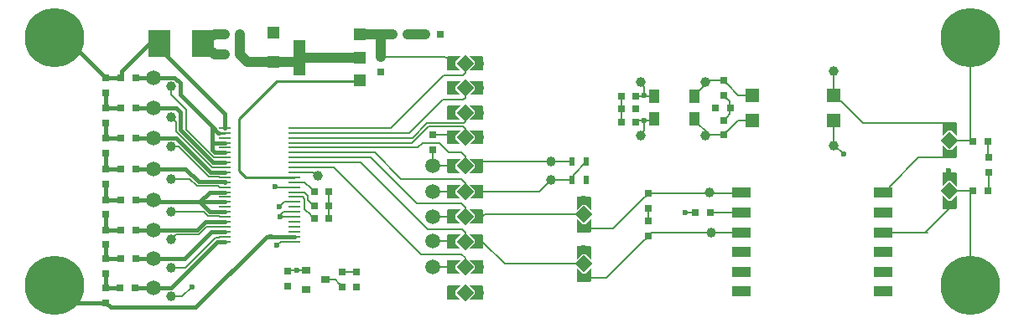
<source format=gtl>
G04*
G04 #@! TF.GenerationSoftware,Altium Limited,Altium Designer,19.0.14 (431)*
G04*
G04 Layer_Physical_Order=1*
G04 Layer_Color=255*
%FSLAX25Y25*%
%MOIN*%
G70*
G01*
G75*
%ADD15C,0.00600*%
%ADD16C,0.03937*%
%ADD17C,0.01000*%
G04:AMPARAMS|DCode=19|XSize=31.5mil|YSize=55.12mil|CornerRadius=3.15mil|HoleSize=0mil|Usage=FLASHONLY|Rotation=90.000|XOffset=0mil|YOffset=0mil|HoleType=Round|Shape=RoundedRectangle|*
%AMROUNDEDRECTD19*
21,1,0.03150,0.04882,0,0,90.0*
21,1,0.02520,0.05512,0,0,90.0*
1,1,0.00630,0.02441,0.01260*
1,1,0.00630,0.02441,-0.01260*
1,1,0.00630,-0.02441,-0.01260*
1,1,0.00630,-0.02441,0.01260*
%
%ADD19ROUNDEDRECTD19*%
G04:AMPARAMS|DCode=20|XSize=51.18mil|YSize=51.18mil|CornerRadius=5.12mil|HoleSize=0mil|Usage=FLASHONLY|Rotation=135.000|XOffset=0mil|YOffset=0mil|HoleType=Round|Shape=RoundedRectangle|*
%AMROUNDEDRECTD20*
21,1,0.05118,0.04095,0,0,135.0*
21,1,0.04095,0.05118,0,0,135.0*
1,1,0.01024,0.00000,0.02895*
1,1,0.01024,0.02895,0.00000*
1,1,0.01024,0.00000,-0.02895*
1,1,0.01024,-0.02895,0.00000*
%
%ADD20ROUNDEDRECTD20*%
G04:AMPARAMS|DCode=24|XSize=31.5mil|YSize=55.12mil|CornerRadius=3.15mil|HoleSize=0mil|Usage=FLASHONLY|Rotation=0.000|XOffset=0mil|YOffset=0mil|HoleType=Round|Shape=RoundedRectangle|*
%AMROUNDEDRECTD24*
21,1,0.03150,0.04882,0,0,0.0*
21,1,0.02520,0.05512,0,0,0.0*
1,1,0.00630,0.01260,-0.02441*
1,1,0.00630,-0.01260,-0.02441*
1,1,0.00630,-0.01260,0.02441*
1,1,0.00630,0.01260,0.02441*
%
%ADD24ROUNDEDRECTD24*%
G04:AMPARAMS|DCode=25|XSize=51.18mil|YSize=51.18mil|CornerRadius=5.12mil|HoleSize=0mil|Usage=FLASHONLY|Rotation=45.000|XOffset=0mil|YOffset=0mil|HoleType=Round|Shape=RoundedRectangle|*
%AMROUNDEDRECTD25*
21,1,0.05118,0.04095,0,0,45.0*
21,1,0.04095,0.05118,0,0,45.0*
1,1,0.01024,0.02895,0.00000*
1,1,0.01024,0.00000,-0.02895*
1,1,0.01024,-0.02895,0.00000*
1,1,0.01024,0.00000,0.02895*
%
%ADD25ROUNDEDRECTD25*%
%ADD38C,0.03937*%
%ADD39R,0.07480X0.04016*%
%ADD40R,0.02953X0.03150*%
%ADD41R,0.03150X0.02953*%
%ADD42R,0.05512X0.05512*%
%ADD43R,0.01968X0.03543*%
%ADD44R,0.04331X0.05315*%
%ADD45O,0.04921X0.00984*%
%ADD46R,0.08500X0.10799*%
%ADD47R,0.04724X0.04724*%
%ADD48R,0.03543X0.02756*%
%ADD49R,0.04724X0.14173*%
%ADD50R,0.04724X0.04724*%
%ADD51C,0.01500*%
%ADD52C,0.05906*%
%ADD53C,0.02362*%
%ADD54C,0.23622*%
G36*
X224213Y139764D02*
X219094D01*
X221260Y141929D01*
Y143209D01*
X219193Y145276D01*
X224213D01*
Y139764D01*
D02*
G37*
G36*
X213386Y143110D02*
Y141831D01*
X215453Y139764D01*
X210433D01*
Y145276D01*
X215551D01*
X213386Y143110D01*
D02*
G37*
G36*
X224213Y129921D02*
X219094D01*
X221260Y132087D01*
Y133366D01*
X219193Y135433D01*
X224213D01*
Y129921D01*
D02*
G37*
G36*
X213386Y133268D02*
Y131988D01*
X215453Y129921D01*
X210433D01*
Y135433D01*
X215551D01*
X213386Y133268D01*
D02*
G37*
G36*
X224213Y120079D02*
X219094D01*
X221260Y122244D01*
Y123524D01*
X219193Y125591D01*
X224213D01*
Y120079D01*
D02*
G37*
G36*
X213386Y123425D02*
Y122146D01*
X215453Y120079D01*
X210433D01*
Y125591D01*
X215551D01*
X213386Y123425D01*
D02*
G37*
G36*
X412598Y113583D02*
X410433Y115748D01*
X409154D01*
X407087Y113681D01*
Y118701D01*
X412598D01*
Y113583D01*
D02*
G37*
G36*
X224213Y110236D02*
X219094D01*
X221260Y112402D01*
Y113681D01*
X219193Y115748D01*
X224213D01*
Y110236D01*
D02*
G37*
G36*
X213386Y113583D02*
Y112303D01*
X215453Y110236D01*
X210433D01*
Y115748D01*
X215551D01*
X213386Y113583D01*
D02*
G37*
G36*
X409252Y107874D02*
X410532D01*
X412598Y109941D01*
Y104921D01*
X407087D01*
Y110039D01*
X409252Y107874D01*
D02*
G37*
G36*
X224213Y98819D02*
X219094D01*
X221260Y100984D01*
Y102264D01*
X219193Y104331D01*
X224213D01*
Y98819D01*
D02*
G37*
G36*
X213386Y102165D02*
Y100886D01*
X215453Y98819D01*
X210433D01*
Y104331D01*
X215551D01*
X213386Y102165D01*
D02*
G37*
G36*
X412598Y93504D02*
X410433Y95669D01*
X409154D01*
X407087Y93602D01*
Y98622D01*
X412598D01*
Y93504D01*
D02*
G37*
G36*
X224213Y88583D02*
X219094D01*
X221260Y90748D01*
Y92028D01*
X219193Y94095D01*
X224213D01*
Y88583D01*
D02*
G37*
G36*
X213386Y91929D02*
Y90650D01*
X215453Y88583D01*
X210433D01*
Y94095D01*
X215551D01*
X213386Y91929D01*
D02*
G37*
G36*
X409252Y87795D02*
X410532D01*
X412598Y89862D01*
Y84842D01*
X407087D01*
Y89961D01*
X409252Y87795D01*
D02*
G37*
G36*
X267323Y84055D02*
X265158Y86221D01*
X263878D01*
X261811Y84153D01*
Y89173D01*
X267323D01*
Y84055D01*
D02*
G37*
G36*
X224213Y78740D02*
X219094D01*
X221260Y80905D01*
Y82185D01*
X219193Y84252D01*
X224213D01*
Y78740D01*
D02*
G37*
G36*
X213386Y82087D02*
Y80807D01*
X215453Y78740D01*
X210433D01*
Y84252D01*
X215551D01*
X213386Y82087D01*
D02*
G37*
G36*
X263976Y78347D02*
X265256D01*
X267323Y80413D01*
Y75394D01*
X261811D01*
Y80512D01*
X263976Y78347D01*
D02*
G37*
G36*
X224213Y68764D02*
X219094D01*
X221260Y70929D01*
Y72209D01*
X219193Y74276D01*
X224213D01*
Y68764D01*
D02*
G37*
G36*
X213386Y72110D02*
Y70831D01*
X215453Y68764D01*
X210433D01*
Y74276D01*
X215551D01*
X213386Y72110D01*
D02*
G37*
G36*
X267323Y64370D02*
X265158Y66535D01*
X263878D01*
X261811Y64468D01*
Y69488D01*
X267323D01*
Y64370D01*
D02*
G37*
G36*
X224213Y58661D02*
X219094D01*
X221260Y60827D01*
Y62106D01*
X219193Y64173D01*
X224213D01*
Y58661D01*
D02*
G37*
G36*
X213386Y62008D02*
Y60728D01*
X215453Y58661D01*
X210433D01*
Y64173D01*
X215551D01*
X213386Y62008D01*
D02*
G37*
G36*
X263976Y58661D02*
X265256D01*
X267323Y60728D01*
Y55709D01*
X261811D01*
Y60827D01*
X263976Y58661D01*
D02*
G37*
G36*
X224213Y48425D02*
X219094D01*
X221260Y50591D01*
Y51870D01*
X219193Y53937D01*
X224213D01*
Y48425D01*
D02*
G37*
G36*
X213386Y51772D02*
Y50492D01*
X215453Y48425D01*
X210433D01*
Y53937D01*
X215551D01*
X213386Y51772D01*
D02*
G37*
D15*
X211811Y142520D02*
Y143356D01*
X211024Y112992D02*
Y113490D01*
X210537Y113976D02*
X211024Y113490D01*
X204331Y113976D02*
X210537D01*
X143307Y81681D02*
X143626Y81362D01*
X149295D01*
X143307Y81681D02*
X144957Y83331D01*
X149295D01*
X163189Y85827D02*
Y91388D01*
Y80709D02*
Y85827D01*
X163386D01*
X415776Y91732D02*
X418110D01*
Y53937D02*
Y91732D01*
X418701Y111811D02*
X419095Y111417D01*
X418110Y112402D02*
X418701Y111811D01*
X418110Y112402D02*
Y152756D01*
X409842Y91732D02*
X415678D01*
X425591Y91929D02*
X425787Y91732D01*
X425591Y91929D02*
Y99016D01*
X425000Y105512D02*
X425591Y104921D01*
X425000Y105512D02*
Y111417D01*
X409842Y111811D02*
X418701D01*
X400224Y75207D02*
X409842Y84825D01*
X383465Y75207D02*
X401012D01*
X409785Y98697D02*
X409842Y98639D01*
X409785Y98697D02*
Y99269D01*
X409448Y99606D02*
X409785Y99269D01*
X364173Y109843D02*
X367717Y106299D01*
X363779Y109843D02*
X364173D01*
X363779D02*
X363878Y109941D01*
Y119803D01*
X397413Y104904D02*
X410630D01*
X386021Y93511D02*
X397413Y104904D01*
X386021Y92663D02*
Y93511D01*
X384313Y90955D02*
X386021Y92663D01*
X383465Y90955D02*
X384313D01*
X375425Y118718D02*
X410630D01*
X366795Y127347D02*
X375425Y118718D01*
X366334Y127347D02*
X366795D01*
X363878Y129803D02*
X366334Y127347D01*
X363779Y129902D02*
X363878Y129803D01*
X363779Y129902D02*
Y139370D01*
X325905Y119803D02*
X331398D01*
X321354Y115251D02*
X325905Y119803D01*
X321255Y115251D02*
X321354D01*
X320079Y114075D02*
X321255Y115251D01*
X320079Y113976D02*
Y114075D01*
X321354Y134355D02*
X325905Y129803D01*
X321255Y134355D02*
X321354D01*
X320079Y135531D02*
X321255Y134355D01*
X320079Y135531D02*
Y135630D01*
X325905Y129803D02*
X331398D01*
X321354Y121157D02*
X322441Y122244D01*
X321255Y121157D02*
X321354D01*
X320079Y119980D02*
X321255Y121157D01*
X320079Y119882D02*
Y119980D01*
X322441Y122244D02*
Y127362D01*
X321354Y128450D02*
X322441Y127362D01*
X321255Y128450D02*
X321354D01*
X320079Y129626D02*
X321255Y128450D01*
X320079Y129626D02*
Y129724D01*
X316535Y124803D02*
X316732D01*
X285236Y124409D02*
X285433D01*
X308465Y129724D02*
X314370Y135630D01*
X320079D01*
X308465Y119882D02*
X314370Y113976D01*
X320079D01*
X308465Y119882D02*
Y120374D01*
Y129232D02*
Y129724D01*
X279331Y124409D02*
Y129528D01*
Y118898D02*
Y124409D01*
X286142Y119803D02*
X291752D01*
X292323Y120374D01*
X285236Y118898D02*
X286142Y119803D01*
X288583Y115855D02*
Y119685D01*
X287008Y114280D02*
X288583Y115855D01*
X287008Y113870D02*
Y114280D01*
X264567Y68110D02*
Y68898D01*
X285236Y129528D02*
X292028D01*
X292323Y129232D01*
X288583Y129724D02*
Y133054D01*
X287008Y134629D02*
X288583Y133054D01*
X287008Y134629D02*
Y135039D01*
X264567Y87795D02*
Y88583D01*
X304724Y83218D02*
X304872Y83071D01*
X308858D01*
X327155D02*
X327165Y83081D01*
X314764Y83071D02*
X327155D01*
X291432Y75094D02*
X291546Y75207D01*
X291334Y75094D02*
X291432D01*
X290158Y73917D02*
X291334Y75094D01*
X290158Y73819D02*
Y73917D01*
X291546Y75207D02*
X327165D01*
X290158Y90748D02*
X326958D01*
X327165Y90955D01*
X290158Y79724D02*
Y84842D01*
X264567Y57087D02*
X273425D01*
X288883Y72544D01*
X288981D01*
X290158Y73721D01*
Y73819D01*
X264567Y76772D02*
X276181D01*
X288883Y89473D01*
X288981D01*
X290158Y90650D01*
Y90748D01*
X224108Y103396D02*
X259646D01*
X222835Y102122D02*
X224108Y103396D01*
X222835Y101575D02*
Y102122D01*
X265551Y103248D02*
Y103642D01*
X260330Y98027D02*
X265551Y103248D01*
X260330Y96747D02*
Y98027D01*
X259646Y96063D02*
X260330Y96747D01*
X251575Y96063D02*
X259646D01*
X246850Y91339D02*
X251575Y96063D01*
X222835Y91339D02*
X246850D01*
X233071Y62598D02*
X264567D01*
X224150Y71520D02*
X233071Y62598D01*
X222835Y71520D02*
X224150D01*
X225000Y82284D02*
X264567D01*
X224213Y81496D02*
X225000Y82284D01*
X222835Y81496D02*
X224213D01*
X173819Y59449D02*
X174016Y59252D01*
X168504Y59449D02*
X173819D01*
X165748Y56299D02*
X167229Y54818D01*
X167328D01*
X168504Y53642D01*
Y53543D02*
Y53642D01*
X161811Y56299D02*
X165748D01*
X150394Y60039D02*
X153937D01*
X147244D02*
X150394D01*
X146850Y59646D02*
X147244Y60039D01*
X143307Y85299D02*
X145276Y87268D01*
X149295D01*
X153543Y84449D02*
Y88449D01*
Y84449D02*
X156009Y81984D01*
Y81885D02*
Y81984D01*
Y81885D02*
X157185Y80709D01*
X157283D01*
X152756Y89236D02*
X153543Y88449D01*
X149295Y89236D02*
X152756D01*
X153284Y91205D02*
X154809Y89679D01*
Y88203D02*
Y89679D01*
Y88203D02*
X157185Y85827D01*
X157283D01*
X149295Y91205D02*
X153284D01*
X141732Y93307D02*
X141866Y93173D01*
X149295D01*
X153530Y95142D02*
X156009Y92663D01*
Y92564D02*
Y92663D01*
Y92564D02*
X157185Y91388D01*
X157283D01*
X149295Y95142D02*
X153530D01*
X158082Y97638D02*
X158661D01*
X156641Y99079D02*
X158082Y97638D01*
X149295Y99079D02*
X156641D01*
X217323Y61417D02*
Y64961D01*
X215748Y66535D02*
X217323Y64961D01*
X199606Y66535D02*
X215748D01*
X165094Y101047D02*
X199606Y66535D01*
X149295Y101047D02*
X165094D01*
X217323Y71520D02*
Y75197D01*
X216142Y76378D02*
X217323Y75197D01*
X202362Y76378D02*
X216142D01*
X175724Y103016D02*
X202362Y76378D01*
X149295Y103016D02*
X175724D01*
X216402Y117422D02*
X217323Y116501D01*
X202756Y117422D02*
X216402D01*
X217323Y112992D02*
Y116501D01*
Y119291D02*
Y122835D01*
X216689Y118658D02*
X217323Y119291D01*
X202122Y118658D02*
X216689D01*
X217323Y128740D02*
Y132677D01*
X216535Y127953D02*
X217323Y128740D01*
X208268Y127953D02*
X216535D01*
X215748Y107087D02*
X217323Y105512D01*
Y101575D02*
Y105512D01*
X210827Y107087D02*
X215748D01*
X217323Y81496D02*
Y85039D01*
X215699Y86663D02*
X217323Y85039D01*
X197982Y86663D02*
X215699D01*
X179661Y104984D02*
X197982Y86663D01*
X149295Y104984D02*
X179661D01*
X217323Y91339D02*
Y94882D01*
X215748Y96457D02*
X217323Y94882D01*
X191917Y96457D02*
X215748D01*
X181421Y106953D02*
X191917Y96457D01*
X149295Y106953D02*
X181421D01*
X207024Y110890D02*
X210827Y107087D01*
X200394Y110890D02*
X207024D01*
X198425Y108921D02*
X200394Y110890D01*
X149295Y108921D02*
X198425D01*
X149295Y110890D02*
X196223D01*
X202756Y117422D01*
X196323Y112858D02*
X202122Y118658D01*
X149295Y112858D02*
X196323D01*
X195142Y114827D02*
X208268Y127953D01*
X149295Y114827D02*
X195142D01*
X149295Y116795D02*
X187661D01*
X208661Y137795D01*
X216535D01*
X217323Y138583D01*
Y142520D01*
X183858Y145079D02*
X209252D01*
X209701Y144629D01*
X210537D01*
X211811Y143356D01*
X204331Y61417D02*
X211811D01*
X211677Y71653D02*
X211811Y71520D01*
X204331Y71653D02*
X211677D01*
X204331Y81496D02*
X211811D01*
X204331Y91339D02*
X211811D01*
X204331Y103642D02*
Y107874D01*
Y101575D02*
Y103642D01*
X205507Y102465D01*
X204331Y103642D02*
X204331Y103642D01*
Y101575D02*
X211811D01*
X205507Y102465D02*
X205606D01*
X204331Y103642D02*
Y103740D01*
X100402Y129913D02*
Y133268D01*
Y129913D02*
X106263Y124052D01*
Y116149D02*
Y124052D01*
Y116149D02*
X117428Y104984D01*
X121736D01*
X102287Y115458D02*
X116698Y101047D01*
X103395Y109449D02*
X115415Y97429D01*
X100394Y109449D02*
X103395D01*
X115415Y97429D02*
X119345D01*
X102287Y115458D02*
Y119219D01*
X116698Y101047D02*
X121736D01*
X100394Y121112D02*
X102287Y119219D01*
X119345Y97429D02*
X119664Y97110D01*
X121736D01*
X119669Y93173D02*
X121736D01*
X119224Y93618D02*
X119669Y93173D01*
X110741Y93618D02*
X119224D01*
X107903Y96457D02*
X110741Y93618D01*
X100394Y96457D02*
X107903D01*
X119664Y81362D02*
X121736D01*
X119345Y81681D02*
X119664Y81362D01*
X115065Y81681D02*
X119345D01*
X113281Y83465D02*
X115065Y81681D01*
X100402Y83465D02*
X113281D01*
X100394Y72441D02*
X102460Y74507D01*
X111487D01*
X114404Y77425D01*
X121736D01*
X119664Y73488D02*
X121736D01*
X119345Y73170D02*
X119664Y73488D01*
X118080Y73170D02*
X119345D01*
X105934Y61024D02*
X118080Y73170D01*
X100394Y61024D02*
X105934D01*
X143961Y71520D02*
X149295D01*
X142520Y70079D02*
X143961Y71520D01*
X104724Y49606D02*
X108661Y53543D01*
X100394Y49606D02*
X104724D01*
D16*
X194291Y153937D02*
X201378D01*
X182283D02*
X183858Y152362D01*
Y145079D02*
Y152362D01*
X182283Y153937D02*
X188386D01*
X175394D02*
X182283D01*
X151378Y144882D02*
X175394D01*
X151378Y143307D02*
Y144882D01*
X150984Y142913D02*
X151378Y143307D01*
X140945Y142913D02*
X150984D01*
X127756Y146063D02*
X130905Y142913D01*
X140945D01*
X127756Y146063D02*
Y153937D01*
X113031Y149244D02*
Y150394D01*
Y149244D02*
X115313Y146963D01*
X116720D01*
X117619Y146063D01*
X121850D01*
X113031Y150394D02*
Y151543D01*
X115313Y153825D01*
X117507D01*
X117619Y153937D01*
X121850D01*
D17*
X130055Y97110D02*
X149295D01*
X127559Y99606D02*
X130055Y97110D01*
X119484Y114827D02*
X121736D01*
X142520Y135433D02*
X175394D01*
X127559Y120472D02*
X142520Y135433D01*
X127559Y99606D02*
Y120472D01*
D19*
X264567Y87795D02*
D03*
Y76772D02*
D03*
Y68110D02*
D03*
Y57087D02*
D03*
X409842Y117323D02*
D03*
Y106299D02*
D03*
Y97244D02*
D03*
Y86221D02*
D03*
D20*
X264567Y82284D02*
D03*
Y62598D02*
D03*
X409842Y111811D02*
D03*
Y91732D02*
D03*
D24*
X222835Y61417D02*
D03*
X211811D02*
D03*
X222835Y51181D02*
D03*
X211811D02*
D03*
X222835Y81496D02*
D03*
X211811D02*
D03*
X222835Y71520D02*
D03*
X211811D02*
D03*
X222835Y91339D02*
D03*
X211811D02*
D03*
X222835Y101575D02*
D03*
X211811D02*
D03*
Y142520D02*
D03*
X222835D02*
D03*
X211811Y132677D02*
D03*
X222835D02*
D03*
X211811Y122835D02*
D03*
X222835D02*
D03*
X211811Y112992D02*
D03*
X222835D02*
D03*
D25*
X217323Y61417D02*
D03*
Y51181D02*
D03*
Y81496D02*
D03*
Y71520D02*
D03*
Y91339D02*
D03*
Y101575D02*
D03*
Y142520D02*
D03*
Y132677D02*
D03*
Y122835D02*
D03*
Y112992D02*
D03*
D38*
X363779Y109843D02*
D03*
Y139370D02*
D03*
X314961Y75197D02*
D03*
X314567Y90945D02*
D03*
X287008Y113870D02*
D03*
Y135039D02*
D03*
X100402Y133268D02*
D03*
X100394Y121112D02*
D03*
Y109449D02*
D03*
Y96457D02*
D03*
X100402Y83465D02*
D03*
X100394Y72441D02*
D03*
Y61024D02*
D03*
Y49606D02*
D03*
X182283Y153937D02*
D03*
X158661Y97638D02*
D03*
X251575Y103445D02*
D03*
X312598Y113870D02*
D03*
Y135039D02*
D03*
X251575Y96063D02*
D03*
D39*
X383465Y51585D02*
D03*
Y59459D02*
D03*
Y67333D02*
D03*
Y75207D02*
D03*
Y83081D02*
D03*
Y90955D02*
D03*
X327165Y51585D02*
D03*
Y59459D02*
D03*
Y67333D02*
D03*
Y75207D02*
D03*
Y83081D02*
D03*
Y90955D02*
D03*
D40*
X290158Y79724D02*
D03*
Y73819D02*
D03*
Y84842D02*
D03*
Y90748D02*
D03*
X425591Y99016D02*
D03*
Y104921D02*
D03*
X183858Y145079D02*
D03*
Y139173D02*
D03*
X174016Y53347D02*
D03*
Y59252D02*
D03*
X320079Y113976D02*
D03*
Y119882D02*
D03*
Y135630D02*
D03*
Y129724D02*
D03*
X204331Y113976D02*
D03*
Y108071D02*
D03*
X74516Y130705D02*
D03*
Y136610D02*
D03*
Y118658D02*
D03*
Y124563D02*
D03*
Y106705D02*
D03*
Y112610D02*
D03*
X168504Y59449D02*
D03*
Y53543D02*
D03*
X74516Y94532D02*
D03*
Y100437D02*
D03*
X146850Y59646D02*
D03*
Y53740D02*
D03*
X74516Y82252D02*
D03*
Y88157D02*
D03*
Y70252D02*
D03*
Y76157D02*
D03*
Y58705D02*
D03*
Y64610D02*
D03*
Y47205D02*
D03*
Y53110D02*
D03*
D41*
X308858Y83071D02*
D03*
X314764D02*
D03*
X425000Y111417D02*
D03*
X419095D02*
D03*
X425000Y91732D02*
D03*
X419095D02*
D03*
X194291Y153937D02*
D03*
X188386D02*
D03*
X285236Y118898D02*
D03*
X279331D02*
D03*
Y124409D02*
D03*
X285236D02*
D03*
Y129528D02*
D03*
X279331D02*
D03*
X322638Y124803D02*
D03*
X316732D02*
D03*
X80563Y136658D02*
D03*
X86468D02*
D03*
X80563Y124563D02*
D03*
X86468D02*
D03*
X80563Y112657D02*
D03*
X86468D02*
D03*
X121850Y153937D02*
D03*
X127756D02*
D03*
X121850Y146063D02*
D03*
X127756D02*
D03*
X80563Y100437D02*
D03*
X86468D02*
D03*
X80563Y88157D02*
D03*
X86468D02*
D03*
X201378Y153937D02*
D03*
X207283D02*
D03*
X80563Y76157D02*
D03*
X86468D02*
D03*
X80563Y64657D02*
D03*
X86468D02*
D03*
X80063Y53158D02*
D03*
X85969D02*
D03*
X157283Y91388D02*
D03*
X163189D02*
D03*
X157283Y80709D02*
D03*
X163189D02*
D03*
X157283Y85827D02*
D03*
X163189D02*
D03*
D42*
X331398Y129803D02*
D03*
Y119803D02*
D03*
X363878Y129803D02*
D03*
Y119803D02*
D03*
D43*
X259646Y103396D02*
D03*
X265551D02*
D03*
X259646Y96063D02*
D03*
X265551D02*
D03*
D44*
X292323Y120374D02*
D03*
X308465D02*
D03*
Y129232D02*
D03*
X292323D02*
D03*
D45*
X121736Y116795D02*
D03*
Y114827D02*
D03*
Y112858D02*
D03*
Y110890D02*
D03*
Y108921D02*
D03*
Y106953D02*
D03*
Y104984D02*
D03*
Y103016D02*
D03*
Y101047D02*
D03*
Y99079D02*
D03*
Y97110D02*
D03*
Y95142D02*
D03*
Y93173D02*
D03*
Y91205D02*
D03*
Y89236D02*
D03*
Y87268D02*
D03*
Y85299D02*
D03*
Y83331D02*
D03*
Y81362D02*
D03*
Y79394D02*
D03*
Y77425D02*
D03*
Y75457D02*
D03*
Y73488D02*
D03*
Y71520D02*
D03*
X149295Y116795D02*
D03*
Y114827D02*
D03*
Y112858D02*
D03*
Y110890D02*
D03*
Y108921D02*
D03*
Y106953D02*
D03*
Y104984D02*
D03*
Y103016D02*
D03*
Y101047D02*
D03*
Y99079D02*
D03*
Y97110D02*
D03*
Y95142D02*
D03*
Y93173D02*
D03*
Y91205D02*
D03*
Y89236D02*
D03*
Y87268D02*
D03*
Y85299D02*
D03*
Y83331D02*
D03*
Y81362D02*
D03*
Y79394D02*
D03*
Y77425D02*
D03*
Y75457D02*
D03*
Y73488D02*
D03*
Y71520D02*
D03*
D46*
X113031Y150394D02*
D03*
X95630D02*
D03*
D47*
X140945Y154724D02*
D03*
Y142913D02*
D03*
D48*
X153937Y60039D02*
D03*
Y52559D02*
D03*
X161811Y56299D02*
D03*
D49*
X151378Y144882D02*
D03*
D50*
X175394Y153937D02*
D03*
Y144882D02*
D03*
Y135827D02*
D03*
D51*
X53543Y152362D02*
X57189D01*
X57976Y153150D01*
X54331Y52756D02*
Y53937D01*
Y52756D02*
X59882Y47205D01*
X57976Y153150D02*
X74516Y136610D01*
X93417Y112767D02*
X102410D01*
X93307Y112657D02*
X93417Y112767D01*
X102410D02*
X116098Y99079D01*
X101925Y136658D02*
X103937Y134646D01*
X93307Y136658D02*
X101925D01*
X103937Y116142D02*
X116937Y103142D01*
X121610D01*
X116098Y99079D02*
X121736D01*
X121610Y103142D02*
X121736Y103016D01*
X103937Y116142D02*
Y123031D01*
X119131Y114827D02*
X119484D01*
X116669Y117289D02*
X119131Y114827D01*
X116669Y117289D02*
Y117422D01*
X110236Y45276D02*
X138449Y73488D01*
X76445Y45276D02*
X110236D01*
X100402Y53158D02*
X118764Y71520D01*
X85969Y53158D02*
X100402D01*
X105602Y64657D02*
X116402Y75457D01*
X86468Y64657D02*
X105602D01*
X102406Y124563D02*
X103937Y123031D01*
X93307Y124563D02*
X102406D01*
X103937Y130021D02*
X116669Y117289D01*
Y111024D02*
Y117289D01*
X103937Y130021D02*
Y134646D01*
X74516Y47205D02*
X76445Y45276D01*
X95630Y148508D02*
X121736Y122402D01*
X95630Y148508D02*
Y150394D01*
X121736Y116795D02*
Y122402D01*
X91732Y150394D02*
X95630D01*
X80844Y139505D02*
X91732Y150394D01*
X80563Y136658D02*
X80844Y136938D01*
X80516Y136610D02*
X80563Y136658D01*
X80844Y136938D02*
Y139505D01*
X59882Y47205D02*
X74516D01*
Y136610D02*
X80516D01*
X116669Y108134D02*
Y111024D01*
X116803Y110890D01*
X121736D01*
X116669Y108134D02*
X117850Y106953D01*
X121736D01*
X86468Y136658D02*
X93307D01*
X111417Y95276D02*
X118990D01*
X106256Y100437D02*
X111417Y95276D01*
X93307Y100437D02*
X106256D01*
X86468Y124563D02*
X93307D01*
X86468Y112657D02*
X93307D01*
X86468Y100437D02*
X93307D01*
X118990Y95276D02*
X118997Y95268D01*
X121610D01*
X121736Y95142D01*
X94197Y87268D02*
X111811D01*
X93307Y88157D02*
X94197Y87268D01*
X111811D02*
X115748Y91205D01*
X121736D01*
X111811Y87268D02*
X115748Y83331D01*
X111811Y87268D02*
X121736D01*
X86468Y88157D02*
X93307D01*
X115748Y83331D02*
X121736D01*
X93307Y76157D02*
X110803D01*
X86468D02*
X93307D01*
X114039Y79394D02*
X121736D01*
X110803Y76157D02*
X114039Y79394D01*
X116402Y75457D02*
X121736D01*
X74516Y124563D02*
Y130157D01*
Y124563D02*
X80016D01*
X80063Y124610D01*
X74516Y112610D02*
Y118205D01*
Y112610D02*
X80016D01*
X80063Y112657D01*
X74516Y100437D02*
Y106032D01*
Y100437D02*
X80016D01*
X80063Y100484D01*
X74516Y88157D02*
Y93752D01*
Y88157D02*
X80016D01*
X80063Y88205D01*
X74516Y76157D02*
Y81752D01*
Y76157D02*
X80016D01*
X80063Y76205D01*
X74516Y64610D02*
Y70205D01*
Y64610D02*
X80016D01*
X80063Y64657D01*
X118764Y71520D02*
X121736D01*
X80016Y53110D02*
X80063Y53158D01*
X74516Y53110D02*
X80016D01*
X74516D02*
Y58705D01*
X138449Y73488D02*
X149295D01*
D52*
X93307Y112657D02*
D03*
Y64567D02*
D03*
Y88157D02*
D03*
Y76157D02*
D03*
Y53110D02*
D03*
Y136658D02*
D03*
Y100437D02*
D03*
Y124563D02*
D03*
X204331Y61417D02*
D03*
Y71653D02*
D03*
Y81496D02*
D03*
Y91339D02*
D03*
Y101575D02*
D03*
D53*
X211811Y51181D02*
D03*
X265551Y96063D02*
D03*
X157283Y91388D02*
D03*
X174016Y53347D02*
D03*
X153937Y52559D02*
D03*
X146850Y53740D02*
D03*
X140157Y73488D02*
D03*
X143626Y81362D02*
D03*
X163386Y80709D02*
D03*
Y91339D02*
D03*
Y85827D02*
D03*
X207087Y153937D02*
D03*
X183858Y138976D02*
D03*
X140945Y154724D02*
D03*
X409448Y99606D02*
D03*
X367717Y106299D02*
D03*
X316535Y124803D02*
D03*
X285433Y124409D02*
D03*
X288583Y119685D02*
D03*
X264567Y68898D02*
D03*
X288583Y129724D02*
D03*
X264567Y88583D02*
D03*
X304724Y83218D02*
D03*
X223622Y61417D02*
D03*
Y51181D02*
D03*
Y142520D02*
D03*
Y132677D02*
D03*
Y122835D02*
D03*
Y112992D02*
D03*
X211024Y122835D02*
D03*
Y142520D02*
D03*
Y132677D02*
D03*
Y112992D02*
D03*
X150394Y60039D02*
D03*
X143307Y85299D02*
D03*
X217323Y51181D02*
D03*
X141732Y93307D02*
D03*
X142520Y70079D02*
D03*
X108661Y53543D02*
D03*
D54*
X418110Y152756D02*
D03*
Y53937D02*
D03*
X53937Y152756D02*
D03*
Y53937D02*
D03*
M02*

</source>
